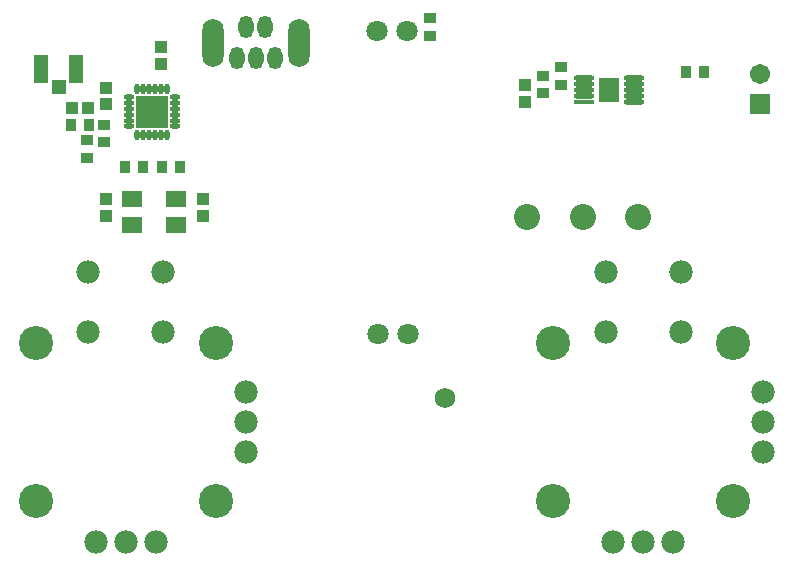
<source format=gbs>
%FSAX24Y24*%
%MOIN*%
G70*
G01*
G75*
G04 Layer_Color=16711935*
%ADD10R,0.0600X0.0600*%
%ADD11R,0.0276X0.0354*%
%ADD12R,0.0354X0.0276*%
%ADD13R,0.0315X0.0354*%
%ADD14R,0.0354X0.0315*%
%ADD15R,0.0866X0.1142*%
%ADD16R,0.0236X0.1024*%
%ADD17O,0.0236X0.1024*%
%ADD18R,0.0118X0.0630*%
%ADD19O,0.0118X0.0630*%
%ADD20R,0.0945X0.1299*%
%ADD21R,0.0945X0.0394*%
%ADD22O,0.0807X0.0236*%
%ADD23O,0.0236X0.0807*%
%ADD24C,0.0139*%
%ADD25C,0.0100*%
%ADD26R,0.0630X0.1181*%
%ADD27R,0.1075X0.1126*%
%ADD28R,0.1299X0.1654*%
%ADD29C,0.0787*%
%ADD30O,0.0591X0.0866*%
%ADD31C,0.0600*%
%ADD32C,0.0630*%
%ADD33C,0.0700*%
%ADD34C,0.1057*%
%ADD35R,0.0591X0.0591*%
%ADD36C,0.0591*%
%ADD37O,0.0433X0.0669*%
%ADD38C,0.0157*%
%ADD39O,0.0630X0.1535*%
%ADD40C,0.0350*%
%ADD41R,0.0618X0.0740*%
%ADD42O,0.0610X0.0098*%
%ADD43R,0.0610X0.0098*%
%ADD44R,0.0630X0.0492*%
%ADD45O,0.0276X0.0098*%
%ADD46O,0.0098X0.0276*%
%ADD47R,0.1024X0.1024*%
%ADD48R,0.0394X0.0413*%
%ADD49R,0.0413X0.0866*%
%ADD50C,0.0218*%
%ADD51C,0.0179*%
%ADD52R,0.0402X0.1055*%
%ADD53R,0.0197X0.1173*%
%ADD54R,0.1130X0.0197*%
%ADD55R,0.2012X0.0197*%
%ADD56R,0.1957X0.0354*%
%ADD57R,0.0197X0.1969*%
%ADD58R,0.1114X0.0197*%
%ADD59R,0.0197X0.0984*%
%ADD60R,0.0197X0.0945*%
%ADD61R,0.1098X0.0197*%
%ADD62R,0.1169X0.0197*%
%ADD63R,0.1126X0.0197*%
%ADD64R,0.0197X0.1063*%
%ADD65R,0.2598X0.1080*%
%ADD66R,0.1024X0.1063*%
%ADD67R,0.1929X0.2992*%
%ADD68R,0.0709X0.1260*%
%ADD69R,0.0680X0.0680*%
%ADD70R,0.0356X0.0434*%
%ADD71R,0.0434X0.0356*%
%ADD72R,0.0395X0.0434*%
%ADD73R,0.0434X0.0395*%
%ADD74R,0.0946X0.1222*%
%ADD75R,0.0316X0.1104*%
%ADD76O,0.0316X0.1104*%
%ADD77R,0.0198X0.0710*%
%ADD78O,0.0198X0.0710*%
%ADD79R,0.1025X0.1379*%
%ADD80R,0.1025X0.0474*%
%ADD81O,0.0862X0.0291*%
%ADD82O,0.0291X0.0862*%
%ADD83C,0.0867*%
%ADD84O,0.0671X0.0946*%
%ADD85C,0.0680*%
%ADD86C,0.0710*%
%ADD87C,0.0780*%
%ADD88C,0.1137*%
%ADD89R,0.0671X0.0671*%
%ADD90C,0.0671*%
%ADD91O,0.0513X0.0749*%
%ADD92C,0.0237*%
%ADD93O,0.0710X0.1615*%
%ADD94R,0.0689X0.0811*%
%ADD95O,0.0681X0.0169*%
%ADD96R,0.0681X0.0169*%
%ADD97R,0.0710X0.0572*%
%ADD98O,0.0346X0.0169*%
%ADD99O,0.0169X0.0346*%
%ADD100R,0.1094X0.1094*%
%ADD101R,0.0474X0.0493*%
%ADD102R,0.0493X0.0946*%
D70*
X006539Y015701D02*
D03*
X007130D02*
D03*
X009563Y014303D02*
D03*
X010154D02*
D03*
X008343D02*
D03*
X008933D02*
D03*
X027043Y017453D02*
D03*
X027634D02*
D03*
D71*
X007614Y015701D02*
D03*
Y015110D02*
D03*
X018480Y018654D02*
D03*
Y019244D02*
D03*
X022850Y017039D02*
D03*
Y017630D02*
D03*
X022260Y016744D02*
D03*
Y017335D02*
D03*
X007063Y014598D02*
D03*
Y015189D02*
D03*
D72*
X006559Y016252D02*
D03*
X007110D02*
D03*
D73*
X007693Y016941D02*
D03*
Y016390D02*
D03*
Y013220D02*
D03*
Y012669D02*
D03*
X010921Y012669D02*
D03*
Y013220D02*
D03*
X009543Y017728D02*
D03*
Y018280D02*
D03*
X021669Y016468D02*
D03*
Y017020D02*
D03*
D83*
X025433Y012638D02*
D03*
X023583D02*
D03*
X021732D02*
D03*
D84*
X014130Y018740D02*
D03*
Y018134D02*
D03*
Y018538D02*
D03*
Y018336D02*
D03*
X011256D02*
D03*
Y018538D02*
D03*
Y018134D02*
D03*
Y018740D02*
D03*
D85*
X018992Y006587D02*
D03*
D86*
X017720Y018831D02*
D03*
X016720D02*
D03*
X017760Y008713D02*
D03*
X016760D02*
D03*
D87*
X012362Y004799D02*
D03*
Y005799D02*
D03*
Y006799D02*
D03*
X007362Y001799D02*
D03*
X008362D02*
D03*
X009362D02*
D03*
X007112Y008799D02*
D03*
X009612D02*
D03*
X007112Y010799D02*
D03*
X009612D02*
D03*
X029606Y004799D02*
D03*
Y005799D02*
D03*
Y006799D02*
D03*
X024606Y001799D02*
D03*
X025606D02*
D03*
X026606D02*
D03*
X024356Y008799D02*
D03*
X026856D02*
D03*
X024356Y010799D02*
D03*
X026856D02*
D03*
D88*
X005362Y008424D02*
D03*
Y003174D02*
D03*
X011362D02*
D03*
Y008424D02*
D03*
X022606D02*
D03*
Y003174D02*
D03*
X028606D02*
D03*
Y008424D02*
D03*
D89*
X029504Y016402D02*
D03*
D90*
Y017402D02*
D03*
D91*
X012378Y018949D02*
D03*
X013008D02*
D03*
X012063Y017925D02*
D03*
X013323D02*
D03*
X012693D02*
D03*
D93*
X014130Y018437D02*
D03*
X011256D02*
D03*
D94*
X024465Y016862D02*
D03*
D95*
X025291Y017256D02*
D03*
Y017059D02*
D03*
Y016862D02*
D03*
Y016665D02*
D03*
Y016468D02*
D03*
X023638Y017256D02*
D03*
Y017059D02*
D03*
Y016862D02*
D03*
Y016665D02*
D03*
D96*
Y016468D02*
D03*
D97*
X008559Y012374D02*
D03*
Y013240D02*
D03*
X010016D02*
D03*
Y012374D02*
D03*
D98*
X008461Y015642D02*
D03*
Y015839D02*
D03*
Y016035D02*
D03*
Y016232D02*
D03*
Y016429D02*
D03*
Y016626D02*
D03*
X009996D02*
D03*
Y016429D02*
D03*
Y016232D02*
D03*
Y016035D02*
D03*
Y015839D02*
D03*
Y015642D02*
D03*
D99*
X008736Y016902D02*
D03*
X008933D02*
D03*
X009130D02*
D03*
X009327D02*
D03*
X009524D02*
D03*
X009720D02*
D03*
Y015366D02*
D03*
X009524D02*
D03*
X009327D02*
D03*
X009130D02*
D03*
X008933D02*
D03*
X008736D02*
D03*
D100*
X009228Y016134D02*
D03*
D101*
X006118Y016970D02*
D03*
D102*
X005537Y017571D02*
D03*
X006699D02*
D03*
M02*

</source>
